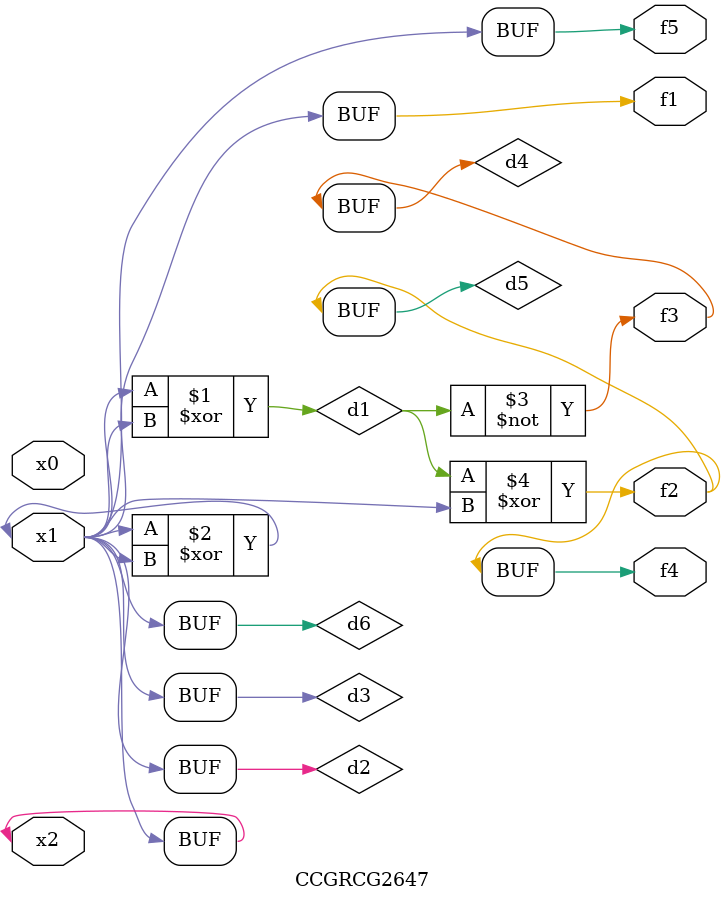
<source format=v>
module CCGRCG2647(
	input x0, x1, x2,
	output f1, f2, f3, f4, f5
);

	wire d1, d2, d3, d4, d5, d6;

	xor (d1, x1, x2);
	buf (d2, x1, x2);
	xor (d3, x1, x2);
	nor (d4, d1);
	xor (d5, d1, d2);
	buf (d6, d2, d3);
	assign f1 = d6;
	assign f2 = d5;
	assign f3 = d4;
	assign f4 = d5;
	assign f5 = d6;
endmodule

</source>
